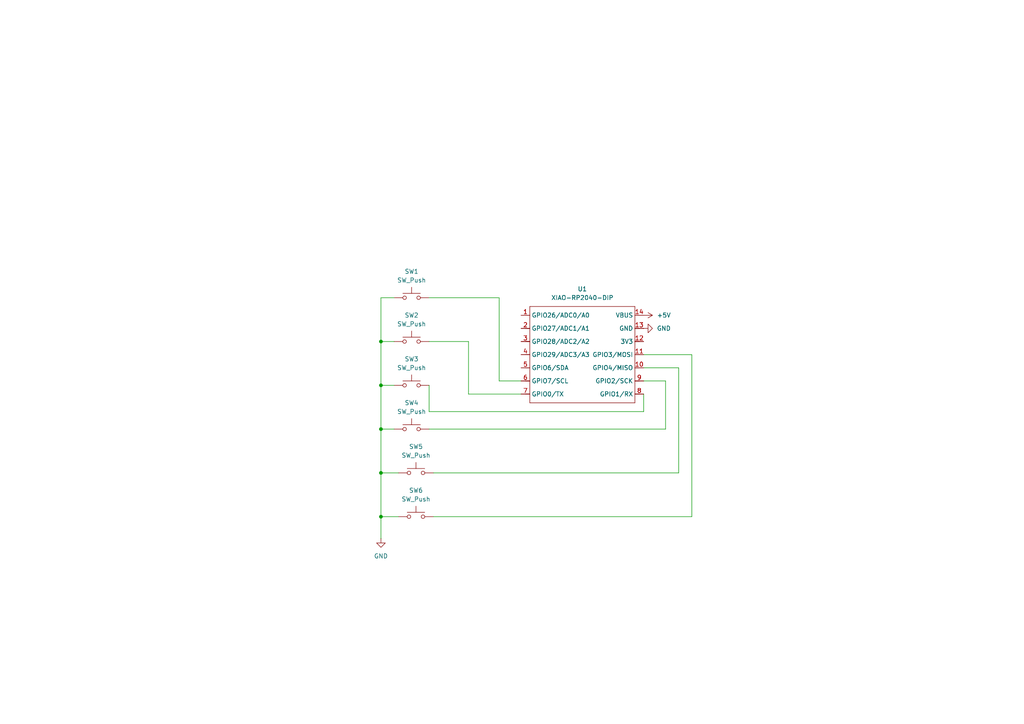
<source format=kicad_sch>
(kicad_sch (version 20250114) (generator "eeschema") (generator_version "9.0")
  (paper "A4")
  (lib_symbols
    (symbol "OPL Library:XIAO-RP2040-DIP"
      (property "Reference" "U" (at 0 0 0))
      (property "Value" "XIAO-RP2040-DIP" (at 5.334 -1.778 0))
      (symbol "XIAO-RP2040-DIP_1_0"
        (polyline (pts (xy -1.27 -2.54) (xy 29.21 -2.54)) (stroke (width 0.1524)))
        (polyline (pts (xy -1.27 -5.08) (xy -2.54 -5.08)) (stroke (width 0.1524)))
        (polyline (pts (xy -1.27 -5.08) (xy -1.27 -2.54)) (stroke (width 0.1524)))
        (polyline (pts (xy -1.27 -8.89) (xy -2.54 -8.89)) (stroke (width 0.1524)))
        (polyline (pts (xy -1.27 -8.89) (xy -1.27 -5.08)) (stroke (width 0.1524)))
        (polyline (pts (xy -1.27 -12.7) (xy -2.54 -12.7)) (stroke (width 0.1524)))
        (polyline (pts (xy -1.27 -12.7) (xy -1.27 -8.89)) (stroke (width 0.1524)))
        (polyline (pts (xy -1.27 -16.51) (xy -2.54 -16.51)) (stroke (width 0.1524)))
        (polyline (pts (xy -1.27 -16.51) (xy -1.27 -12.7)) (stroke (width 0.1524)))
        (polyline (pts (xy -1.27 -20.32) (xy -2.54 -20.32)) (stroke (width 0.1524)))
        (polyline (pts (xy -1.27 -24.13) (xy -2.54 -24.13)) (stroke (width 0.1524)))
        (polyline (pts (xy -1.27 -27.94) (xy -2.54 -27.94)) (stroke (width 0.1524)))
        (polyline (pts (xy -1.27 -30.48) (xy -1.27 -16.51)) (stroke (width 0.1524)))
        (polyline (pts (xy 29.21 -2.54) (xy 29.21 -5.08)) (stroke (width 0.1524)))
        (polyline (pts (xy 29.21 -5.08) (xy 29.21 -8.89)) (stroke (width 0.1524)))
        (polyline (pts (xy 29.21 -8.89) (xy 29.21 -12.7)) (stroke (width 0.1524)))
        (polyline (pts (xy 29.21 -12.7) (xy 29.21 -30.48)) (stroke (width 0.1524)))
        (polyline (pts (xy 29.21 -30.48) (xy -1.27 -30.48)) (stroke (width 0.1524)))
        (polyline (pts (xy 30.48 -5.08) (xy 29.21 -5.08)) (stroke (width 0.1524)))
        (polyline (pts (xy 30.48 -8.89) (xy 29.21 -8.89)) (stroke (width 0.1524)))
        (polyline (pts (xy 30.48 -12.7) (xy 29.21 -12.7)) (stroke (width 0.1524)))
        (polyline (pts (xy 30.48 -16.51) (xy 29.21 -16.51)) (stroke (width 0.1524)))
        (polyline (pts (xy 30.48 -20.32) (xy 29.21 -20.32)) (stroke (width 0.1524)))
        (polyline (pts (xy 30.48 -24.13) (xy 29.21 -24.13)) (stroke (width 0.1524)))
        (polyline (pts (xy 30.48 -27.94) (xy 29.21 -27.94)) (stroke (width 0.1524)))
        (pin passive line (at -3.81 -5.08 0) (length 2.54) (name "GPIO26/ADC0/A0") (number "1"))
        (pin passive line (at -3.81 -8.89 0) (length 2.54) (name "GPIO27/ADC1/A1") (number "2"))
        (pin passive line (at -3.81 -12.7 0) (length 2.54) (name "GPIO28/ADC2/A2") (number "3"))
        (pin passive line (at -3.81 -16.51 0) (length 2.54) (name "GPIO29/ADC3/A3") (number "4"))
        (pin passive line (at -3.81 -20.32 0) (length 2.54) (name "GPIO6/SDA") (number "5"))
        (pin passive line (at -3.81 -24.13 0) (length 2.54) (name "GPIO7/SCL") (number "6"))
        (pin passive line (at -3.81 -27.94 0) (length 2.54) (name "GPIO0/TX") (number "7"))
        (pin passive line (at 31.75 -5.08 180) (length 2.54) (name "VBUS") (number "14"))
        (pin passive line (at 31.75 -8.89 180) (length 2.54) (name "GND") (number "13"))
        (pin passive line (at 31.75 -12.7 180) (length 2.54) (name "3V3") (number "12"))
        (pin passive line (at 31.75 -16.51 180) (length 2.54) (name "GPIO3/MOSI") (number "11"))
        (pin passive line (at 31.75 -20.32 180) (length 2.54) (name "GPIO4/MISO") (number "10"))
        (pin passive line (at 31.75 -24.13 180) (length 2.54) (name "GPIO2/SCK") (number "9"))
        (pin passive line (at 31.75 -27.94 180) (length 2.54) (name "GPIO1/RX") (number "8"))
      )
    )
    (symbol "Switch:SW_Push" (pin_numbers (hide yes)) (pin_names (offset 1.016) (hide yes))
      (property "Reference" "SW" (at 1.27 2.54 0))
      (property "Value" "SW_Push" (at 0 -1.524 0))
      (symbol "SW_Push_0_1"
        (circle (center -2.032 0) (radius 0.508))
        (polyline (pts (xy 0 1.27) (xy 0 3.048)))
        (circle (center 2.032 0) (radius 0.508))
        (polyline (pts (xy 2.54 1.27) (xy -2.54 1.27)))
        (pin passive line (at -5.08 0 0) (length 2.54) (name "1") (number "1"))
        (pin passive line (at 5.08 0 180) (length 2.54) (name "2") (number "2"))
      )
    )
    (symbol "power:+5V" (power) (pin_numbers (hide yes)) (pin_names (offset 0) (hide yes))
      (property "Value" "+5V" (at 0 3.556 0))
      (symbol "+5V_0_1"
        (polyline (pts (xy -0.762 1.27) (xy 0 2.54)))
        (polyline (pts (xy 0 2.54) (xy 0.762 1.27)))
        (polyline (pts (xy 0 0) (xy 0 2.54)))
      )
      (symbol "+5V_1_1"
        (pin power_in line (at 0 0 90) (length 0) (name "~") (number "1"))
      )
    )
    (symbol "power:GND" (power) (pin_numbers (hide yes)) (pin_names (offset 0) (hide yes))
      (property "Value" "GND" (at 0 -3.81 0))
      (symbol "GND_0_1"
        (polyline (pts (xy 0 0) (xy 0 -1.27) (xy 1.27 -1.27) (xy 0 -2.54) (xy -1.27 -1.27) (xy 0 -1.27)))
      )
      (symbol "GND_1_1"
        (pin power_in line (at 0 0 270) (length 0) (name "~") (number "1"))
      )
    )
  )
  (junction (at 110.49 137.16))
  (junction (at 110.49 111.76))
  (junction (at 110.49 124.46))
  (junction (at 110.49 149.86))
  (junction (at 110.49 99.06))
  (wire (pts (xy 200.66 149.86) (xy 200.66 102.87)))
  (wire (pts (xy 110.49 86.36) (xy 110.49 99.06)))
  (wire (pts (xy 124.46 111.76) (xy 124.46 119.38)))
  (wire (pts (xy 114.3 86.36) (xy 110.49 86.36)))
  (wire (pts (xy 135.89 99.06) (xy 135.89 114.3)))
  (wire (pts (xy 110.49 137.16) (xy 115.57 137.16)))
  (wire (pts (xy 110.49 137.16) (xy 110.49 149.86)))
  (wire (pts (xy 125.73 137.16) (xy 196.85 137.16)))
  (wire (pts (xy 110.49 124.46) (xy 114.3 124.46)))
  (wire (pts (xy 186.69 119.38) (xy 186.69 114.3)))
  (wire (pts (xy 124.46 99.06) (xy 135.89 99.06)))
  (wire (pts (xy 193.04 124.46) (xy 193.04 110.49)))
  (wire (pts (xy 124.46 119.38) (xy 186.69 119.38)))
  (wire (pts (xy 144.78 110.49) (xy 151.13 110.49)))
  (wire (pts (xy 110.49 124.46) (xy 110.49 137.16)))
  (wire (pts (xy 125.73 149.86) (xy 200.66 149.86)))
  (wire (pts (xy 110.49 99.06) (xy 114.3 99.06)))
  (wire (pts (xy 110.49 99.06) (xy 110.49 111.76)))
  (wire (pts (xy 124.46 86.36) (xy 144.78 86.36)))
  (wire (pts (xy 200.66 102.87) (xy 186.69 102.87)))
  (wire (pts (xy 110.49 149.86) (xy 110.49 156.21)))
  (wire (pts (xy 144.78 86.36) (xy 144.78 110.49)))
  (wire (pts (xy 110.49 111.76) (xy 114.3 111.76)))
  (wire (pts (xy 135.89 114.3) (xy 151.13 114.3)))
  (wire (pts (xy 193.04 110.49) (xy 186.69 110.49)))
  (wire (pts (xy 110.49 149.86) (xy 115.57 149.86)))
  (wire (pts (xy 124.46 124.46) (xy 193.04 124.46)))
  (wire (pts (xy 196.85 106.68) (xy 186.69 106.68)))
  (wire (pts (xy 110.49 111.76) (xy 110.49 124.46)))
  (wire (pts (xy 196.85 137.16) (xy 196.85 106.68)))
  (symbol (lib_id "Switch:SW_Push") (at 119.38 86.36 0) (unit 1)
    (property "Reference" "SW1" (at 119.38 78.74 0))
    (property "Value" "SW_Push" (at 119.38 81.28 0))
    (property "Footprint" "Button_Switch_Keyboard:SW_Cherry_MX_1.00u_PCB" (effects (hide yes)))
    (property "Description" "Push button switch, generic, two pins" (effects (hide yes)))
  )
  (symbol (lib_id "Switch:SW_Push") (at 120.65 137.16 0) (unit 1)
    (property "Reference" "SW5" (at 120.65 129.54 0))
    (property "Value" "SW_Push" (at 120.65 132.08 0))
    (property "Footprint" "Button_Switch_Keyboard:SW_Cherry_MX_1.00u_PCB" (effects (hide yes)))
    (property "Description" "Push button switch, generic, two pins" (effects (hide yes)))
  )
  (symbol (lib_id "Switch:SW_Push") (at 120.65 149.86 0) (unit 1)
    (property "Reference" "SW6" (at 120.65 142.24 0))
    (property "Value" "SW_Push" (at 120.65 144.78 0))
    (property "Footprint" "Button_Switch_Keyboard:SW_Cherry_MX_1.00u_PCB" (effects (hide yes)))
    (property "Description" "Push button switch, generic, two pins" (effects (hide yes)))
  )
  (symbol (lib_id "Switch:SW_Push") (at 119.38 124.46 0) (unit 1)
    (property "Reference" "SW4" (at 119.38 116.84 0))
    (property "Value" "SW_Push" (at 119.38 119.38 0))
    (property "Footprint" "Button_Switch_Keyboard:SW_Cherry_MX_1.00u_PCB" (effects (hide yes)))
    (property "Description" "Push button switch, generic, two pins" (effects (hide yes)))
  )
  (symbol (lib_id "OPL Library:XIAO-RP2040-DIP") (at 154.94 86.36 0) (unit 1)
    (property "Reference" "U1" (at 168.91 83.82 0))
    (property "Value" "XIAO-RP2040-DIP" (at 168.91 86.36 0))
    (property "Footprint" "Seeed Studio XIAO Series Library:XIAO-RP2040-DIP" (effects (hide yes)))
  )
  (symbol (lib_id "power:GND") (at 186.69 95.25 90) (unit 1)
    (property "Reference" "#PWR02" (effects (hide yes)))
    (property "Value" "GND" (at 190.5 95.2499 90) (effects (justify right)))
    (property "Description" "Power symbol creates a global label with name \"GND\" , ground" (effects (hide yes)))
  )
  (symbol (lib_id "power:+5V") (at 186.69 91.44 270) (unit 1)
    (property "Reference" "#PWR03" (effects (hide yes)))
    (property "Value" "+5V" (at 190.5 91.4399 90) (effects (justify left)))
    (property "Description" "Power symbol creates a global label with name \"+5V\"" (effects (hide yes)))
  )
  (symbol (lib_id "Switch:SW_Push") (at 119.38 99.06 0) (unit 1)
    (property "Reference" "SW2" (at 119.38 91.44 0))
    (property "Value" "SW_Push" (at 119.38 93.98 0))
    (property "Footprint" "Button_Switch_Keyboard:SW_Cherry_MX_1.00u_PCB" (effects (hide yes)))
    (property "Description" "Push button switch, generic, two pins" (effects (hide yes)))
  )
  (symbol (lib_id "power:GND") (at 110.49 156.21 0) (unit 1)
    (property "Reference" "#PWR01" (effects (hide yes)))
    (property "Value" "GND" (at 110.49 161.29 0))
    (property "Description" "Power symbol creates a global label with name \"GND\" , ground" (effects (hide yes)))
  )
  (symbol (lib_id "Switch:SW_Push") (at 119.38 111.76 0) (unit 1)
    (property "Reference" "SW3" (at 119.38 104.14 0))
    (property "Value" "SW_Push" (at 119.38 106.68 0))
    (property "Footprint" "Button_Switch_Keyboard:SW_Cherry_MX_1.00u_PCB" (effects (hide yes)))
    (property "Description" "Push button switch, generic, two pins" (effects (hide yes)))
  )
)
</source>
